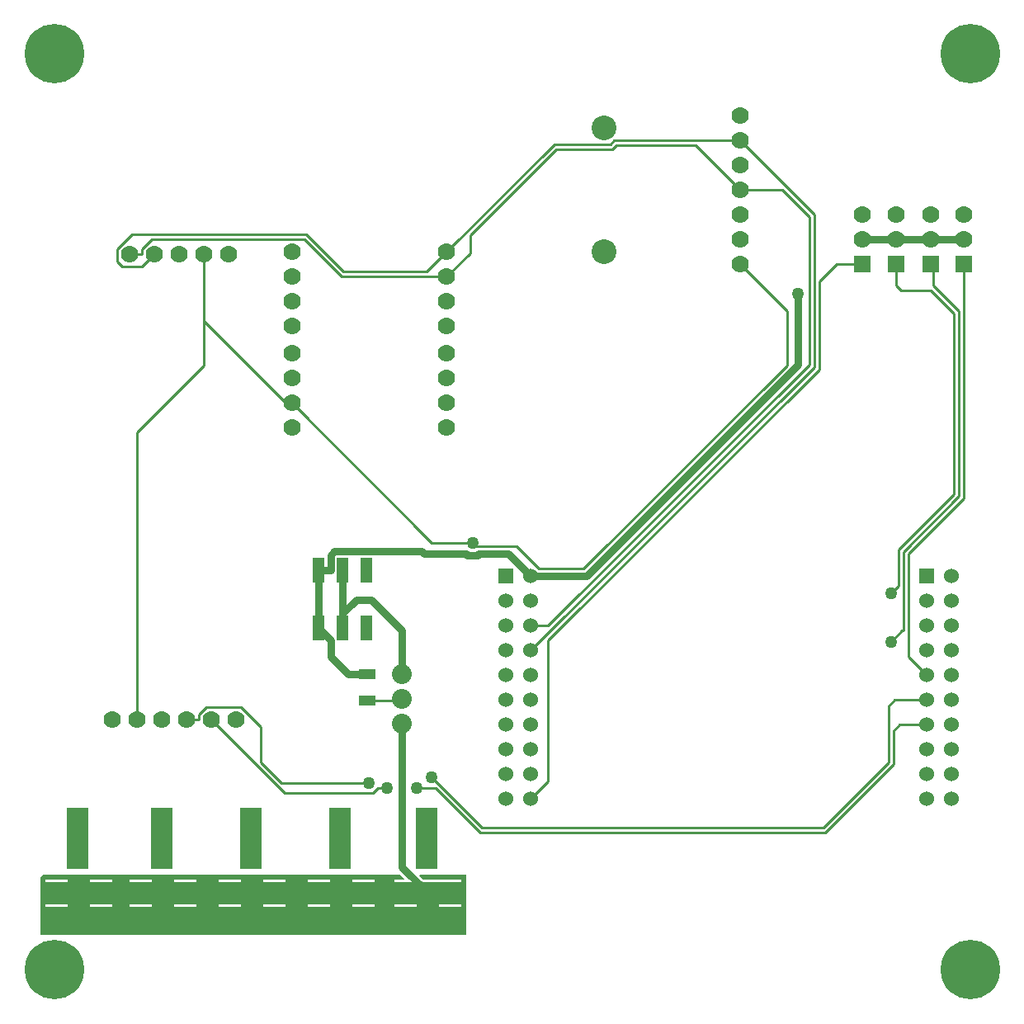
<source format=gbr>
%TF.GenerationSoftware,Altium Limited,Altium Designer,18.1.9 (240)*%
G04 Layer_Physical_Order=1*
G04 Layer_Color=255*
%FSLAX26Y26*%
%MOIN*%
%TF.FileFunction,Copper,L1,Top,Signal*%
%TF.Part,Single*%
G01*
G75*
%TA.AperFunction,SMDPad,CuDef*%
%ADD10R,0.047000X0.100000*%
%ADD11R,0.066929X0.043307*%
%TA.AperFunction,Conductor*%
%ADD12C,0.010000*%
%ADD13C,0.030000*%
%TA.AperFunction,ComponentPad*%
%ADD14C,0.070000*%
%ADD15R,0.070000X0.070000*%
%ADD16C,0.080000*%
%ADD17C,0.060000*%
%ADD18R,0.060000X0.060000*%
%ADD19C,0.100000*%
%ADD20R,0.090000X0.250000*%
%ADD21R,0.250000X0.090000*%
%TA.AperFunction,ViaPad*%
%ADD22C,0.050000*%
%ADD23C,0.240000*%
G36*
X1815000Y290000D02*
X95000D01*
Y525000D01*
X105000Y535000D01*
X1548952D01*
X1564333Y519619D01*
X1562419Y515000D01*
X1525000D01*
Y505000D01*
X1660000D01*
X1795000D01*
Y515000D01*
X1641048D01*
X1625667Y530381D01*
X1627581Y535000D01*
X1815000D01*
Y290000D01*
D02*
G37*
%LPC*%
G36*
X1085000Y515000D02*
X995000D01*
Y505000D01*
X1085000D01*
Y515000D01*
D02*
G37*
G36*
X1445000D02*
X1355000D01*
Y505000D01*
X1445000D01*
Y515000D01*
D02*
G37*
G36*
X725000D02*
X635000D01*
Y505000D01*
X725000D01*
Y515000D01*
D02*
G37*
G36*
X385000D02*
X295000D01*
Y505000D01*
X385000D01*
Y515000D01*
D02*
G37*
G36*
X1265000D02*
X1175000D01*
Y505000D01*
X1265000D01*
Y515000D01*
D02*
G37*
G36*
X905000D02*
X815000D01*
Y505000D01*
X905000D01*
Y515000D01*
D02*
G37*
G36*
X545000D02*
X455000D01*
Y505000D01*
X545000D01*
Y515000D01*
D02*
G37*
G36*
X205000D02*
X115000D01*
Y505000D01*
X205000D01*
Y515000D01*
D02*
G37*
G36*
X1795000Y415000D02*
X1705000D01*
Y405000D01*
X1795000D01*
Y415000D01*
D02*
G37*
G36*
X1615000D02*
X1525000D01*
Y405000D01*
X1615000D01*
Y415000D01*
D02*
G37*
G36*
X1445000D02*
X1355000D01*
Y405000D01*
X1445000D01*
Y415000D01*
D02*
G37*
G36*
X1265000D02*
X1175000D01*
Y405000D01*
X1265000D01*
Y415000D01*
D02*
G37*
G36*
X1085000D02*
X995000D01*
Y405000D01*
X1085000D01*
Y415000D01*
D02*
G37*
G36*
X905000D02*
X815000D01*
Y405000D01*
X905000D01*
Y415000D01*
D02*
G37*
G36*
X725000D02*
X635000D01*
Y405000D01*
X725000D01*
Y415000D01*
D02*
G37*
G36*
X545000D02*
X455000D01*
Y405000D01*
X545000D01*
Y415000D01*
D02*
G37*
G36*
X385000D02*
X295000D01*
Y405000D01*
X385000D01*
Y415000D01*
D02*
G37*
G36*
X205000D02*
X115000D01*
Y405000D01*
X205000D01*
Y415000D01*
D02*
G37*
%LPD*%
D10*
X1413000Y1530000D02*
D03*
X1315000D02*
D03*
X1217000D02*
D03*
Y1765000D02*
D03*
X1315000D02*
D03*
X1413000D02*
D03*
D11*
X1415000Y1343150D02*
D03*
Y1236850D02*
D03*
D12*
X1546850D02*
X1555000Y1245000D01*
X1415000Y1236850D02*
X1546850D01*
X1415000D02*
X1423150Y1245000D01*
X1840000Y1875000D02*
X1855000Y1860000D01*
X2018640D01*
X2108640Y1770000D01*
X2287574D01*
X3110000Y2592426D01*
Y2810000D01*
X2920000Y3000000D02*
X3110000Y2810000D01*
X2145000Y1540000D02*
X3200000Y2595000D01*
X2075000Y1440000D02*
X3220000Y2585000D01*
X2075000Y1540000D02*
X2145000D01*
X3200000Y2595000D02*
Y3191716D01*
X3220000Y2585000D02*
Y3200000D01*
X3545000Y1240000D02*
X3675000D01*
X3520000Y1215000D02*
X3545000Y1240000D01*
X3520000Y988284D02*
Y1215000D01*
X3256716Y725000D02*
X3520000Y988284D01*
X1879558Y725000D02*
X3256716D01*
X1675000Y929558D02*
X1879558Y725000D01*
X2145000Y910000D02*
Y1480000D01*
X2075000Y840000D02*
X2145000Y910000D01*
X1068284Y905000D02*
X1420000D01*
X785000Y1160000D02*
X1080000Y865000D01*
X1436569D01*
X1456569Y885000D02*
X1495000D01*
X1436569Y865000D02*
X1456569Y885000D01*
X985000Y988284D02*
X1068284Y905000D01*
X985000Y988284D02*
Y1130711D01*
X905711Y1210000D02*
X985000Y1130711D01*
X764289Y1210000D02*
X905711D01*
X735000Y1180711D02*
X764289Y1210000D01*
X735000Y1160000D02*
Y1180711D01*
X685000Y1160000D02*
X735000D01*
X1615000Y885000D02*
X1690000D01*
X1870000Y705000D01*
X3565000Y1140000D02*
X3675000D01*
X3540000Y1115000D02*
X3565000Y1140000D01*
X3540000Y980000D02*
Y1115000D01*
X3265000Y705000D02*
X3540000Y980000D01*
X1870000Y705000D02*
X3265000D01*
X2145000Y1480000D02*
X3240000Y2575000D01*
Y2930000D01*
X3091716Y3300000D02*
X3200000Y3191716D01*
X3240000Y2930000D02*
X3310000Y3000000D01*
X3415000D01*
X2920000Y3300000D02*
X3091716D01*
X2920000Y3500000D02*
X3220000Y3200000D01*
X1735000Y2950000D02*
X1830000Y3045000D01*
Y3116716D01*
X2178284Y3465000D01*
X2405208D01*
X2420208Y3480000D01*
X2740000D01*
X2920000Y3300000D01*
X2411924Y3500000D02*
X2920000D01*
X2396924Y3485000D02*
X2411924Y3500000D01*
X2170000Y3485000D02*
X2396924D01*
X1735000Y3050000D02*
X2170000Y3485000D01*
X505000Y2990000D02*
X555000Y3040000D01*
X425000Y2990000D02*
X505000D01*
X405000Y3010000D02*
X425000Y2990000D01*
X405000Y3010000D02*
Y3060711D01*
X455000Y3040000D02*
X505000D01*
Y3060711D02*
X544289Y3100000D01*
X505000Y3040000D02*
Y3060711D01*
X405000D02*
X464289Y3120000D01*
X1168284D01*
X1318284Y2970000D01*
X544289Y3100000D02*
X1160000D01*
X1318284Y2970000D02*
X1655000D01*
X1735000Y3050000D01*
X1310000Y2950000D02*
X1735000D01*
X1160000Y3100000D02*
X1310000Y2950000D01*
X1675000Y1875000D02*
X1840000D01*
X1110000Y2440000D02*
X1675000Y1875000D01*
X3530000Y1475000D02*
X3575000Y1520000D01*
X3580000D01*
X3530000Y1670000D02*
X3560000Y1700000D01*
Y1846568D01*
X3785000Y2071568D01*
Y2801716D01*
X3691716Y2895000D02*
X3785000Y2801716D01*
X3570000Y2895000D02*
X3691716D01*
X3550000Y2915000D02*
X3570000Y2895000D01*
X3550000Y2915000D02*
Y3000000D01*
X3580000Y1520000D02*
Y1838284D01*
X3805000Y2063284D01*
Y2810000D01*
X3700000Y2915000D02*
X3805000Y2810000D01*
X3600000Y1830000D02*
X3825000Y2055000D01*
Y3000000D01*
X3700000Y2915000D02*
Y2990000D01*
X3690000Y3000000D02*
X3700000Y2990000D01*
X3600000Y1415000D02*
X3675000Y1340000D01*
X3600000Y1415000D02*
Y1830000D01*
X485000Y1160000D02*
Y2320000D01*
X755000Y2590000D01*
Y2770000D01*
X1085000Y2440000D02*
X1110000D01*
X755000Y2770000D02*
X1085000Y2440000D01*
X755000Y2770000D02*
Y3040000D01*
D13*
X1555000Y565000D02*
Y1145000D01*
Y1345000D02*
Y1520000D01*
X1315000Y1590000D02*
Y1765000D01*
Y1530000D02*
Y1590000D01*
X1370000Y1645000D01*
X1430000D01*
X1555000Y1520000D01*
X1635000Y1840000D02*
X1645000Y1830000D01*
X1281145Y1840000D02*
X1635000D01*
X1266500Y1825355D02*
X1281145Y1840000D01*
X1266500Y1765000D02*
Y1825355D01*
X1217000Y1765000D02*
X1266500D01*
X1217000Y1530000D02*
Y1765000D01*
X1338669Y1343150D02*
X1415000D01*
X1266500Y1415318D02*
X1338669Y1343150D01*
X1266500Y1415318D02*
Y1480500D01*
X1217000Y1530000D02*
X1266500Y1480500D01*
X2075000Y1740000D02*
X2300000D01*
X3155000Y2595000D01*
Y2880000D01*
X1555000Y565000D02*
X1660000Y460000D01*
X1865711Y1830000D02*
X1985000D01*
X1860711Y1825000D02*
X1865711Y1830000D01*
X1819289Y1825000D02*
X1860711D01*
X1814289Y1830000D02*
X1819289Y1825000D01*
X1645000Y1830000D02*
X1814289D01*
X1985000D02*
X2075000Y1740000D01*
X3690000Y3100000D02*
X3825000D01*
X3550000D02*
X3690000D01*
X3415000D02*
X3550000D01*
D14*
X855000Y3040000D02*
D03*
X755000D02*
D03*
X455000D02*
D03*
X555000D02*
D03*
X655000D02*
D03*
X3415000Y3200000D02*
D03*
Y3100000D02*
D03*
X3550000D02*
D03*
Y3200000D02*
D03*
X3690000D02*
D03*
Y3100000D02*
D03*
X3825000D02*
D03*
Y3200000D02*
D03*
X2920000Y3300000D02*
D03*
Y3200000D02*
D03*
Y3100000D02*
D03*
Y3000000D02*
D03*
Y3400000D02*
D03*
Y3500000D02*
D03*
Y3600000D02*
D03*
X1110000Y3050000D02*
D03*
Y2850000D02*
D03*
Y2750000D02*
D03*
Y2640000D02*
D03*
Y2540000D02*
D03*
Y2440000D02*
D03*
Y2340000D02*
D03*
Y2950000D02*
D03*
X1735000Y3050000D02*
D03*
Y2850000D02*
D03*
Y2750000D02*
D03*
Y2640000D02*
D03*
Y2540000D02*
D03*
Y2440000D02*
D03*
Y2340000D02*
D03*
Y2950000D02*
D03*
X385000Y1160000D02*
D03*
X485000D02*
D03*
X585000D02*
D03*
X685000D02*
D03*
X785000D02*
D03*
X885000D02*
D03*
D15*
X3415000Y3000000D02*
D03*
X3550000D02*
D03*
X3690000D02*
D03*
X3825000D02*
D03*
D16*
X1555000Y1245000D02*
D03*
Y1345000D02*
D03*
Y1145000D02*
D03*
D17*
X3775000Y840000D02*
D03*
Y940000D02*
D03*
Y1040000D02*
D03*
Y1140000D02*
D03*
Y1240000D02*
D03*
Y1340000D02*
D03*
Y1440000D02*
D03*
Y1540000D02*
D03*
Y1640000D02*
D03*
Y1740000D02*
D03*
X3675000Y840000D02*
D03*
Y940000D02*
D03*
Y1040000D02*
D03*
Y1140000D02*
D03*
Y1240000D02*
D03*
Y1340000D02*
D03*
Y1440000D02*
D03*
Y1540000D02*
D03*
Y1640000D02*
D03*
X1975000D02*
D03*
Y1540000D02*
D03*
Y1440000D02*
D03*
Y1340000D02*
D03*
Y1240000D02*
D03*
Y1140000D02*
D03*
Y1040000D02*
D03*
Y940000D02*
D03*
Y840000D02*
D03*
X2075000Y1740000D02*
D03*
Y1640000D02*
D03*
Y1540000D02*
D03*
Y1440000D02*
D03*
Y1340000D02*
D03*
Y1240000D02*
D03*
Y1140000D02*
D03*
Y1040000D02*
D03*
Y940000D02*
D03*
Y840000D02*
D03*
D18*
X3675000Y1740000D02*
D03*
X1975000D02*
D03*
D19*
X2370000Y3050000D02*
D03*
Y3550000D02*
D03*
D20*
X245000Y680000D02*
D03*
X585000D02*
D03*
X945000D02*
D03*
X1305000D02*
D03*
X1655000D02*
D03*
D21*
X250000Y460000D02*
D03*
X590000D02*
D03*
X950000D02*
D03*
X1310000D02*
D03*
X1660000D02*
D03*
D22*
X3155000Y2880000D02*
D03*
X1675000Y929558D02*
D03*
X1420000Y905000D02*
D03*
X1615000Y885000D02*
D03*
X1495000D02*
D03*
X1840000Y1875000D02*
D03*
X3530000Y1475000D02*
D03*
Y1670000D02*
D03*
D23*
X150000Y150000D02*
D03*
Y3850000D02*
D03*
X3850000D02*
D03*
Y150000D02*
D03*
%TF.MD5,b8d3170343e99dc4098249b6263460f4*%
M02*

</source>
